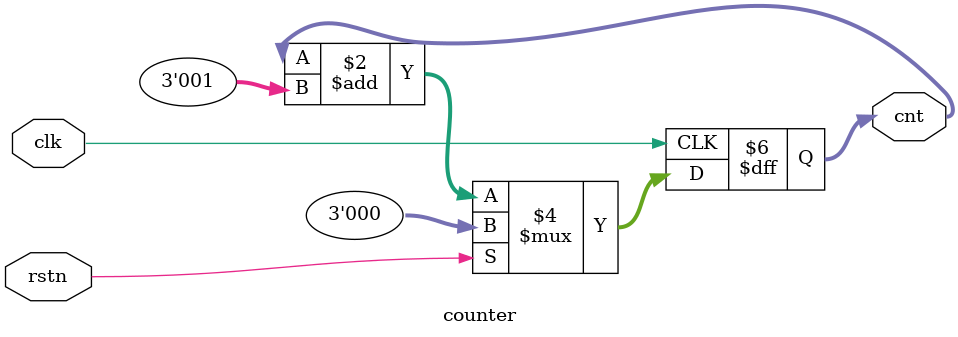
<source format=v>
module SR_Latch(S, R, Q, Qbar);
	input S, R;
	output Q, Qbar;
	
	nor #1 N1(Q, R, Qbar);
	nor #1 N2(Qbar, S, Q);
endmodule


module SR_FlipFlop(clk, S, R, Q, Qbar);
	input clk, S, R;
	output reg Q, Qbar;
	
	always@(posedge clk or posedge R)
	begin
		if (R) 
		begin
			Q <= 0;
			Qbar <= 1;
		end
		else 
		begin
			Q <= S;
			Qbar <= ~S;
		end
	end
endmodule


module dff_async(d, rstn, clk, q);
	input d, rstn, clk;
	output reg q;
	
	always@(posedge clk)
	begin
	if (!rstn)
		q <= 0;
	else 
		q <= d;
	end
endmodule


module dff_sync(d, rstn, clk, q);
	input d, rstn, clk;
	output reg q;
	
	always@(posedge clk or negedge rstn)
	begin
	if (!rstn)
		q <= 0;
	else 
		q <= d;
	end
endmodule


module tff(clk, rstn, t, q);
	input clk, rstn, t;
	output reg q;
	
	always@(posedge clk)
	begin
		if (!rstn)
			q <= 0;
		else
		begin
			if(t)
				q <= ~q;
			else
				q <= q;
		end
	end
endmodule


module counter(clk, rstn, cnt);
	input clk, rstn;
	output reg [2:0] cnt;
	
	always@(posedge clk)
	begin
		if(rstn)
			cnt <= 3'b000;
		else
			cnt <= cnt + 3'b001;
	end
endmodule

</source>
